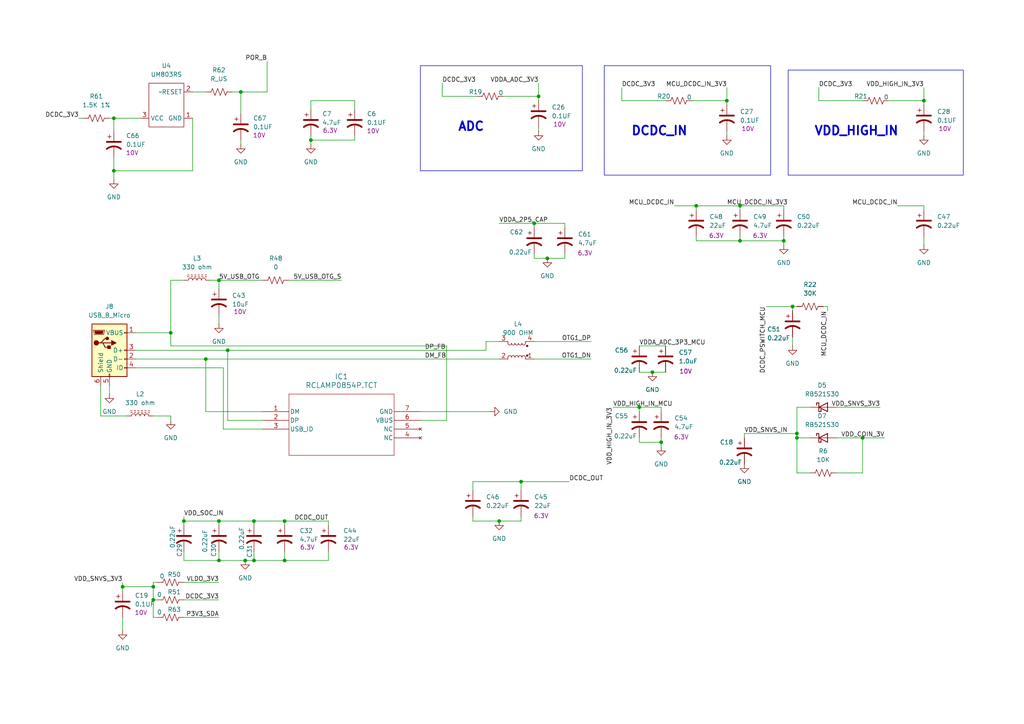
<source format=kicad_sch>
(kicad_sch (version 20231120) (generator "eeschema") (generator_version "8.0")
  (paper "A4")
  (lib_symbols
    (symbol "Connector:USB_B_Micro" (pin_names (offset 1.016))
      (property "Reference" "J" (at -5.08 11.43 0))
      (property "Value" "USB_B_Micro" (at -5.08 8.89 0))
      (symbol "USB_B_Micro_0_1"
        (rectangle (start -5.08 -7.62) (end 5.08 7.62) (stroke (width 0.254)) (fill (type background)))
        (circle (center -3.81 2.159) (radius 0.635) (stroke (width 0.254)) (fill (type outline)))
        (circle (center -0.635 3.429) (radius 0.381) (stroke (width 0.254)) (fill (type outline)))
        (rectangle (start -0.127 -7.62) (end 0.127 -6.858))
        (polyline (pts (xy -1.905 2.159) (xy 0.635 2.159)) (stroke (width 0.254)))
        (polyline (pts (xy -3.175 2.159) (xy -2.54 2.159) (xy -1.27 3.429) (xy -0.635 3.429)) (stroke (width 0.254)))
        (polyline (pts (xy -2.54 2.159) (xy -1.905 2.159) (xy -1.27 0.889) (xy 0 0.889)) (stroke (width 0.254)))
        (polyline (pts (xy 0.635 2.794) (xy 0.635 1.524) (xy 1.905 2.159) (xy 0.635 2.794)) (stroke (width 0.254)) (fill (type outline)))
        (polyline (pts (xy -4.318 5.588) (xy -1.778 5.588) (xy -2.032 4.826) (xy -4.064 4.826) (xy -4.318 5.588)) (fill (type outline)))
        (polyline (pts (xy -4.699 5.842) (xy -4.699 5.588) (xy -4.445 4.826) (xy -4.445 4.572) (xy -1.651 4.572) (xy -1.651 4.826) (xy -1.397 5.588) (xy -1.397 5.842) (xy -4.699 5.842)))
        (rectangle (start 0.254 1.27) (end -0.508 0.508) (stroke (width 0.254)) (fill (type outline)))
        (rectangle (start 5.08 -5.207) (end 4.318 -4.953))
        (rectangle (start 5.08 -2.667) (end 4.318 -2.413))
        (rectangle (start 5.08 -0.127) (end 4.318 0.127))
        (rectangle (start 5.08 4.953) (end 4.318 5.207))
      )
      (symbol "USB_B_Micro_1_1"
        (pin power_out line (at 7.62 5.08 180) (length 2.54) (name "VBUS") (number "1"))
        (pin bidirectional line (at 7.62 -2.54 180) (length 2.54) (name "D-") (number "2"))
        (pin bidirectional line (at 7.62 0 180) (length 2.54) (name "D+") (number "3"))
        (pin passive line (at 7.62 -5.08 180) (length 2.54) (name "ID") (number "4"))
        (pin power_out line (at 0 -10.16 90) (length 2.54) (name "GND") (number "5"))
        (pin passive line (at -2.54 -10.16 90) (length 2.54) (name "Shield") (number "6"))
      )
    )
    (symbol "Device:C_Polarized_US" (pin_numbers hide) (pin_names (offset 0.254) hide)
      (property "Reference" "C" (at 0.635 2.54 0))
      (property "Value" "C_Polarized_US" (at 0.635 -2.54 0))
      (symbol "C_Polarized_US_0_1"
        (polyline (pts (xy -2.032 0.762) (xy 2.032 0.762)) (stroke (width 0.508)))
        (polyline (pts (xy -1.778 2.286) (xy -0.762 2.286)))
        (polyline (pts (xy -1.27 1.778) (xy -1.27 2.794)))
        (arc (start 2.032 -1.27) (mid 0 -0.5572) (end -2.032 -1.27) (stroke (width 0.508)))
      )
      (symbol "C_Polarized_US_1_1"
        (pin passive line (at 0 3.81 270) (length 2.794) (name "~") (number "1"))
        (pin passive line (at 0 -3.81 90) (length 3.302) (name "~") (number "2"))
      )
    )
    (symbol "Device:D_Schottky" (pin_numbers hide) (pin_names (offset 1.016) hide)
      (property "Reference" "D" (at 0 2.54 0))
      (property "Value" "D_Schottky" (at 0 -2.54 0))
      (symbol "D_Schottky_0_1"
        (polyline (pts (xy 1.27 0) (xy -1.27 0)))
        (polyline (pts (xy 1.27 1.27) (xy 1.27 -1.27) (xy -1.27 0) (xy 1.27 1.27)) (stroke (width 0.254)))
        (polyline (pts (xy -1.905 0.635) (xy -1.905 1.27) (xy -1.27 1.27) (xy -1.27 -1.27) (xy -0.635 -1.27) (xy -0.635 -0.635)) (stroke (width 0.254)))
      )
      (symbol "D_Schottky_1_1"
        (pin passive line (at -3.81 0 0) (length 2.54) (name "K") (number "1"))
        (pin passive line (at 3.81 0 180) (length 2.54) (name "A") (number "2"))
      )
    )
    (symbol "Device:L_Coupled_1243" (pin_names (offset 0.254) hide)
      (property "Reference" "L" (at 0 4.445 0))
      (property "Value" "L_Coupled_1243" (at 0 -4.445 0))
      (symbol "L_Coupled_1243_0_1"
        (circle (center -3.048 -1.27) (radius 0.254) (fill (type outline)))
        (circle (center -3.048 1.524) (radius 0.254) (fill (type outline)))
        (arc (start -2.54 2.032) (mid -2.032 1.5262) (end -1.524 2.032))
        (arc (start -1.524 -2.032) (mid -2.032 -1.5262) (end -2.54 -2.032))
        (arc (start -1.524 2.032) (mid -1.016 1.5262) (end -0.508 2.032))
        (arc (start -0.508 -2.032) (mid -1.016 -1.5262) (end -1.524 -2.032))
        (arc (start -0.508 2.032) (mid 0 1.5262) (end 0.508 2.032))
        (polyline (pts (xy -2.54 -2.032) (xy -2.54 -2.54)))
        (polyline (pts (xy -2.54 2.032) (xy -2.54 2.54)))
        (polyline (pts (xy 2.54 -2.032) (xy 2.54 -2.54)))
        (polyline (pts (xy 2.54 2.54) (xy 2.54 2.032)))
        (arc (start 0.508 -2.032) (mid 0 -1.5262) (end -0.508 -2.032))
        (arc (start 0.508 2.032) (mid 1.016 1.5262) (end 1.524 2.032))
        (arc (start 1.524 -2.032) (mid 1.016 -1.5262) (end 0.508 -2.032))
        (arc (start 1.524 2.032) (mid 2.032 1.5262) (end 2.54 2.032))
        (arc (start 2.54 -2.032) (mid 2.032 -1.5262) (end 1.524 -2.032))
      )
      (symbol "L_Coupled_1243_1_1"
        (pin passive line (at -5.08 2.54 0) (length 2.54) (name "1") (number "1"))
        (pin passive line (at 5.08 2.54 180) (length 2.54) (name "2") (number "2"))
        (pin passive line (at 5.08 -2.54 180) (length 2.54) (name "3") (number "3"))
        (pin passive line (at -5.08 -2.54 0) (length 2.54) (name "4") (number "4"))
      )
    )
    (symbol "Device:L_Ferrite" (pin_numbers hide) (pin_names (offset 1.016) hide)
      (property "Reference" "L" (at -1.27 0 90))
      (property "Value" "L_Ferrite" (at 2.794 0 90))
      (symbol "L_Ferrite_0_1"
        (arc (start 0 -2.54) (mid 0.6323 -1.905) (end 0 -1.27))
        (arc (start 0 -1.27) (mid 0.6323 -0.635) (end 0 0))
        (polyline (pts (xy 1.016 -2.794) (xy 1.016 -2.286)))
        (polyline (pts (xy 1.016 -1.778) (xy 1.016 -1.27)))
        (polyline (pts (xy 1.016 -0.762) (xy 1.016 -0.254)))
        (polyline (pts (xy 1.016 0.254) (xy 1.016 0.762)))
        (polyline (pts (xy 1.016 1.27) (xy 1.016 1.778)))
        (polyline (pts (xy 1.016 2.286) (xy 1.016 2.794)))
        (polyline (pts (xy 1.524 -2.286) (xy 1.524 -2.794)))
        (polyline (pts (xy 1.524 -1.27) (xy 1.524 -1.778)))
        (polyline (pts (xy 1.524 -0.254) (xy 1.524 -0.762)))
        (polyline (pts (xy 1.524 0.762) (xy 1.524 0.254)))
        (polyline (pts (xy 1.524 1.778) (xy 1.524 1.27)))
        (polyline (pts (xy 1.524 2.794) (xy 1.524 2.286)))
        (arc (start 0 0) (mid 0.6323 0.635) (end 0 1.27))
        (arc (start 0 1.27) (mid 0.6323 1.905) (end 0 2.54))
      )
      (symbol "L_Ferrite_1_1"
        (pin passive line (at 0 3.81 270) (length 1.27) (name "1") (number "1"))
        (pin passive line (at 0 -3.81 90) (length 1.27) (name "2") (number "2"))
      )
    )
    (symbol "Device:R_US" (pin_numbers hide) (pin_names (offset 0))
      (property "Reference" "R" (at 2.54 0 90))
      (property "Value" "R_US" (at -2.54 0 90))
      (symbol "R_US_0_1"
        (polyline (pts (xy 0 -2.286) (xy 0 -2.54)))
        (polyline (pts (xy 0 2.286) (xy 0 2.54)))
        (polyline (pts (xy 0 -0.762) (xy 1.016 -1.143) (xy 0 -1.524) (xy -1.016 -1.905) (xy 0 -2.286)))
        (polyline (pts (xy 0 0.762) (xy 1.016 0.381) (xy 0 0) (xy -1.016 -0.381) (xy 0 -0.762)))
        (polyline (pts (xy 0 2.286) (xy 1.016 1.905) (xy 0 1.524) (xy -1.016 1.143) (xy 0 0.762)))
      )
      (symbol "R_US_1_1"
        (pin passive line (at 0 3.81 270) (length 1.27) (name "~") (number "1"))
        (pin passive line (at 0 -3.81 90) (length 1.27) (name "~") (number "2"))
      )
    )
    (symbol "power:GND" (power) (pin_numbers hide) (pin_names (offset 0) hide)
      (property "Value" "GND" (at 0 -3.81 0))
      (symbol "GND_0_1"
        (polyline (pts (xy 0 0) (xy 0 -1.27) (xy 1.27 -1.27) (xy 0 -2.54) (xy -1.27 -1.27) (xy 0 -1.27)))
      )
      (symbol "GND_1_1"
        (pin power_in line (at 0 0 270) (length 0) (name "~") (number "1"))
      )
    )
    (symbol "tvs:RCLAMP0854P.TCT" (pin_names (offset 0.254))
      (property "Reference" "IC" (at 22.86 10.16 0))
      (property "Value" "RCLAMP0854P.TCT" (at 22.86 7.62 0))
      (symbol "RCLAMP0854P.TCT_0_1"
        (polyline (pts (xy 7.62 -12.7) (xy 38.1 -12.7)) (stroke (width 0.127)))
        (polyline (pts (xy 7.62 5.08) (xy 7.62 -12.7)) (stroke (width 0.127)))
        (polyline (pts (xy 38.1 -12.7) (xy 38.1 5.08)) (stroke (width 0.127)))
        (polyline (pts (xy 38.1 5.08) (xy 7.62 5.08)) (stroke (width 0.127)))
        (pin unspecified line (at 0 0 0) (length 7.62) (name "DM") (number "1"))
        (pin unspecified line (at 0 -2.54 0) (length 7.62) (name "DP") (number "2"))
        (pin unspecified line (at 0 -5.08 0) (length 7.62) (name "USB_ID") (number "3"))
        (pin no_connect line (at 45.72 -7.62 180) (length 7.62) (name "NC") (number "4"))
        (pin no_connect line (at 45.72 -5.08 180) (length 7.62) (name "NC") (number "5"))
        (pin unspecified line (at 45.72 -2.54 180) (length 7.62) (name "VBUS") (number "6"))
        (pin power_out line (at 45.72 0 180) (length 7.62) (name "GND") (number "7"))
      )
    )
    (symbol "tvs:UM803RS"
      (property "Reference" "U" (at 0 1.016 0))
      (property "Value" "UM803RS" (at 0.254 -1.016 0))
      (symbol "UM803RS_0_1"
        (rectangle (start -5.08 6.35) (end 5.08 -6.35))
      )
      (symbol "UM803RS_1_1"
        (pin input line (at 7.62 -3.81 180) (length 2.54) (name "GND") (number "1"))
        (pin input line (at 7.62 3.81 180) (length 2.54) (name "~RESET") (number "2"))
        (pin input line (at -7.62 -3.81 0) (length 2.54) (name "VCC") (number "3"))
      )
    )
  )
  (junction (at 156.21 27.94))
  (junction (at 59.69 104.14))
  (junction (at 214.63 59.69))
  (junction (at 69.85 26.67))
  (junction (at 151.13 139.7))
  (junction (at 63.5 162.56))
  (junction (at 250.19 127))
  (junction (at 185.42 118.11))
  (junction (at 229.87 88.9))
  (junction (at 267.97 29.21))
  (junction (at 71.12 162.56))
  (junction (at 44.45 170.18))
  (junction (at 201.93 59.69))
  (junction (at 231.14 127))
  (junction (at 66.04 101.6))
  (junction (at 33.02 34.29))
  (junction (at 35.56 170.18))
  (junction (at 144.78 151.13))
  (junction (at 44.45 173.99))
  (junction (at 82.55 162.56))
  (junction (at 231.14 125.73))
  (junction (at 73.66 151.13))
  (junction (at 73.66 162.56))
  (junction (at 227.33 69.85))
  (junction (at 191.77 128.27))
  (junction (at 82.55 151.13))
  (junction (at 33.02 49.53))
  (junction (at 158.75 74.93))
  (junction (at 63.5 81.28))
  (junction (at 210.82 29.21))
  (junction (at 53.34 151.13))
  (junction (at 63.5 151.13))
  (junction (at 49.53 96.52))
  (junction (at 90.17 40.64))
  (junction (at 154.94 64.77))
  (junction (at 214.63 69.85))
  (junction (at 189.23 107.95))
  (wire (pts (xy 242.57 118.11) (xy 255.27 118.11)))
  (wire (pts (xy 231.14 137.16) (xy 234.95 137.16)))
  (wire (pts (xy 231.14 127) (xy 231.14 137.16)))
  (wire (pts (xy 49.53 100.33) (xy 49.53 96.52)))
  (wire (pts (xy 151.13 151.13) (xy 151.13 149.86)))
  (wire (pts (xy 59.69 104.14) (xy 144.78 104.14)))
  (wire (pts (xy 154.94 74.93) (xy 154.94 73.66)))
  (wire (pts (xy 49.53 96.52) (xy 49.53 81.28)))
  (wire (pts (xy 90.17 40.64) (xy 102.87 40.64)))
  (wire (pts (xy 82.55 152.4) (xy 82.55 151.13)))
  (wire (pts (xy 44.45 173.99) (xy 45.72 173.99)))
  (wire (pts (xy 185.42 118.11) (xy 191.77 118.11)))
  (wire (pts (xy 144.78 151.13) (xy 151.13 151.13)))
  (wire (pts (xy 237.49 25.4) (xy 237.49 29.21)))
  (wire (pts (xy 156.21 27.94) (xy 146.05 27.94)))
  (wire (pts (xy 83.82 81.28) (xy 99.06 81.28)))
  (wire (pts (xy 177.8 118.11) (xy 185.42 118.11)))
  (wire (pts (xy 90.17 39.37) (xy 90.17 40.64)))
  (wire (pts (xy 73.66 151.13) (xy 73.66 152.4)))
  (wire (pts (xy 151.13 139.7) (xy 165.1 139.7)))
  (wire (pts (xy 189.23 107.95) (xy 193.04 107.95)))
  (wire (pts (xy 156.21 27.94) (xy 156.21 29.21)))
  (wire (pts (xy 229.87 90.17) (xy 229.87 88.9)))
  (wire (pts (xy 129.54 121.92) (xy 129.54 100.33)))
  (wire (pts (xy 210.82 25.4) (xy 210.82 29.21)))
  (wire (pts (xy 95.25 160.02) (xy 95.25 162.56)))
  (wire (pts (xy 163.83 74.93) (xy 163.83 73.66)))
  (wire (pts (xy 237.49 29.21) (xy 250.19 29.21)))
  (wire (pts (xy 53.34 149.86) (xy 53.34 151.13)))
  (wire (pts (xy 128.27 27.94) (xy 138.43 27.94)))
  (wire (pts (xy 53.34 173.99) (xy 63.5 173.99)))
  (wire (pts (xy 49.53 81.28) (xy 53.34 81.28)))
  (wire (pts (xy 214.63 69.85) (xy 227.33 69.85)))
  (wire (pts (xy 191.77 128.27) (xy 191.77 129.54)))
  (wire (pts (xy 33.02 34.29) (xy 33.02 38.1)))
  (wire (pts (xy 222.25 88.9) (xy 229.87 88.9)))
  (wire (pts (xy 35.56 179.07) (xy 35.56 182.88)))
  (wire (pts (xy 35.56 170.18) (xy 44.45 170.18)))
  (wire (pts (xy 156.21 36.83) (xy 156.21 38.1)))
  (wire (pts (xy 53.34 162.56) (xy 63.5 162.56)))
  (wire (pts (xy 63.5 160.02) (xy 63.5 162.56)))
  (wire (pts (xy 53.34 160.02) (xy 53.34 162.56)))
  (wire (pts (xy 44.45 170.18) (xy 44.45 173.99)))
  (wire (pts (xy 185.42 127) (xy 185.42 128.27)))
  (wire (pts (xy 260.35 59.69) (xy 267.97 59.69)))
  (wire (pts (xy 45.72 179.07) (xy 44.45 179.07)))
  (wire (pts (xy 231.14 118.11) (xy 231.14 125.73)))
  (wire (pts (xy 49.53 120.65) (xy 49.53 121.92)))
  (wire (pts (xy 195.58 59.69) (xy 201.93 59.69)))
  (wire (pts (xy 250.19 127) (xy 256.54 127)))
  (wire (pts (xy 90.17 40.64) (xy 90.17 41.91)))
  (wire (pts (xy 227.33 69.85) (xy 227.33 68.58)))
  (wire (pts (xy 242.57 127) (xy 250.19 127)))
  (wire (pts (xy 63.5 81.28) (xy 63.5 83.82)))
  (wire (pts (xy 33.02 49.53) (xy 33.02 52.07)))
  (wire (pts (xy 267.97 38.1) (xy 267.97 39.37)))
  (wire (pts (xy 53.34 179.07) (xy 63.5 179.07)))
  (wire (pts (xy 137.16 151.13) (xy 144.78 151.13)))
  (wire (pts (xy 185.42 100.33) (xy 193.04 100.33)))
  (wire (pts (xy 231.14 127) (xy 234.95 127)))
  (wire (pts (xy 39.37 101.6) (xy 66.04 101.6)))
  (wire (pts (xy 137.16 139.7) (xy 151.13 139.7)))
  (wire (pts (xy 140.97 99.06) (xy 144.78 99.06)))
  (wire (pts (xy 128.27 24.13) (xy 128.27 27.94)))
  (wire (pts (xy 31.75 34.29) (xy 33.02 34.29)))
  (wire (pts (xy 154.94 66.04) (xy 154.94 64.77)))
  (wire (pts (xy 215.9 125.73) (xy 231.14 125.73)))
  (wire (pts (xy 82.55 160.02) (xy 82.55 162.56)))
  (wire (pts (xy 31.75 111.76) (xy 31.75 114.3)))
  (wire (pts (xy 66.04 101.6) (xy 140.97 101.6)))
  (wire (pts (xy 158.75 74.93) (xy 163.83 74.93)))
  (wire (pts (xy 214.63 68.58) (xy 214.63 69.85)))
  (wire (pts (xy 44.45 168.91) (xy 45.72 168.91)))
  (wire (pts (xy 71.12 162.56) (xy 73.66 162.56)))
  (wire (pts (xy 53.34 151.13) (xy 53.34 152.4)))
  (wire (pts (xy 185.42 119.38) (xy 185.42 118.11)))
  (wire (pts (xy 210.82 29.21) (xy 200.66 29.21)))
  (wire (pts (xy 121.92 119.38) (xy 142.24 119.38)))
  (wire (pts (xy 180.34 25.4) (xy 180.34 29.21)))
  (wire (pts (xy 227.33 69.85) (xy 227.33 71.12)))
  (wire (pts (xy 69.85 26.67) (xy 69.85 33.02)))
  (wire (pts (xy 59.69 119.38) (xy 76.2 119.38)))
  (wire (pts (xy 63.5 91.44) (xy 63.5 93.98)))
  (wire (pts (xy 163.83 64.77) (xy 163.83 66.04)))
  (wire (pts (xy 214.63 59.69) (xy 227.33 59.69)))
  (wire (pts (xy 39.37 106.68) (xy 64.77 106.68)))
  (wire (pts (xy 44.45 120.65) (xy 49.53 120.65)))
  (wire (pts (xy 267.97 25.4) (xy 267.97 29.21)))
  (wire (pts (xy 214.63 59.69) (xy 214.63 60.96)))
  (wire (pts (xy 215.9 127) (xy 215.9 125.73)))
  (wire (pts (xy 59.69 104.14) (xy 59.69 119.38)))
  (wire (pts (xy 33.02 49.53) (xy 55.88 49.53)))
  (wire (pts (xy 267.97 29.21) (xy 257.81 29.21)))
  (wire (pts (xy 66.04 121.92) (xy 76.2 121.92)))
  (wire (pts (xy 201.93 68.58) (xy 201.93 69.85)))
  (wire (pts (xy 39.37 96.52) (xy 49.53 96.52)))
  (wire (pts (xy 35.56 168.91) (xy 35.56 170.18)))
  (wire (pts (xy 102.87 40.64) (xy 102.87 39.37)))
  (wire (pts (xy 44.45 168.91) (xy 44.45 170.18)))
  (wire (pts (xy 185.42 128.27) (xy 191.77 128.27)))
  (wire (pts (xy 63.5 151.13) (xy 53.34 151.13)))
  (wire (pts (xy 231.14 125.73) (xy 231.14 127)))
  (wire (pts (xy 63.5 152.4) (xy 63.5 151.13)))
  (wire (pts (xy 66.04 101.6) (xy 66.04 121.92)))
  (wire (pts (xy 267.97 59.69) (xy 267.97 60.96)))
  (wire (pts (xy 64.77 106.68) (xy 64.77 124.46)))
  (wire (pts (xy 229.87 88.9) (xy 231.14 88.9)))
  (wire (pts (xy 102.87 29.21) (xy 102.87 31.75)))
  (wire (pts (xy 29.21 111.76) (xy 29.21 120.65)))
  (wire (pts (xy 250.19 137.16) (xy 250.19 127)))
  (wire (pts (xy 137.16 142.24) (xy 137.16 139.7)))
  (wire (pts (xy 44.45 179.07) (xy 44.45 173.99)))
  (wire (pts (xy 67.31 26.67) (xy 69.85 26.67)))
  (wire (pts (xy 90.17 29.21) (xy 102.87 29.21)))
  (wire (pts (xy 201.93 59.69) (xy 214.63 59.69)))
  (wire (pts (xy 154.94 64.77) (xy 163.83 64.77)))
  (wire (pts (xy 53.34 168.91) (xy 63.5 168.91)))
  (wire (pts (xy 140.97 101.6) (xy 140.97 99.06)))
  (wire (pts (xy 154.94 74.93) (xy 158.75 74.93)))
  (wire (pts (xy 201.93 59.69) (xy 201.93 60.96)))
  (wire (pts (xy 90.17 31.75) (xy 90.17 29.21)))
  (wire (pts (xy 33.02 45.72) (xy 33.02 49.53)))
  (wire (pts (xy 55.88 34.29) (xy 55.88 49.53)))
  (wire (pts (xy 29.21 120.65) (xy 36.83 120.65)))
  (wire (pts (xy 229.87 97.79) (xy 229.87 100.33)))
  (wire (pts (xy 60.96 81.28) (xy 63.5 81.28)))
  (wire (pts (xy 154.94 104.14) (xy 171.45 104.14)))
  (wire (pts (xy 121.92 121.92) (xy 129.54 121.92)))
  (wire (pts (xy 39.37 104.14) (xy 59.69 104.14)))
  (wire (pts (xy 267.97 68.58) (xy 267.97 71.12)))
  (wire (pts (xy 185.42 107.95) (xy 189.23 107.95)))
  (wire (pts (xy 151.13 139.7) (xy 151.13 142.24)))
  (wire (pts (xy 156.21 24.13) (xy 156.21 27.94)))
  (wire (pts (xy 234.95 118.11) (xy 231.14 118.11)))
  (wire (pts (xy 144.78 64.77) (xy 154.94 64.77)))
  (wire (pts (xy 77.47 17.78) (xy 77.47 26.67)))
  (wire (pts (xy 69.85 40.64) (xy 69.85 41.91)))
  (wire (pts (xy 154.94 99.06) (xy 171.45 99.06)))
  (wire (pts (xy 95.25 152.4) (xy 95.25 151.13)))
  (wire (pts (xy 22.86 34.29) (xy 24.13 34.29)))
  (wire (pts (xy 129.54 100.33) (xy 49.53 100.33)))
  (wire (pts (xy 191.77 127) (xy 191.77 128.27)))
  (wire (pts (xy 240.03 90.17) (xy 240.03 88.9)))
  (wire (pts (xy 95.25 151.13) (xy 82.55 151.13)))
  (wire (pts (xy 95.25 162.56) (xy 82.55 162.56)))
  (wire (pts (xy 77.47 26.67) (xy 69.85 26.67)))
  (wire (pts (xy 210.82 29.21) (xy 210.82 30.48)))
  (wire (pts (xy 180.34 29.21) (xy 193.04 29.21)))
  (wire (pts (xy 82.55 151.13) (xy 73.66 151.13)))
  (wire (pts (xy 73.66 162.56) (xy 73.66 160.02)))
  (wire (pts (xy 210.82 38.1) (xy 210.82 39.37)))
  (wire (pts (xy 137.16 151.13) (xy 137.16 149.86)))
  (wire (pts (xy 242.57 137.16) (xy 250.19 137.16)))
  (wire (pts (xy 73.66 151.13) (xy 63.5 151.13)))
  (wire (pts (xy 55.88 26.67) (xy 59.69 26.67)))
  (wire (pts (xy 191.77 118.11) (xy 191.77 119.38)))
  (wire (pts (xy 64.77 124.46) (xy 76.2 124.46)))
  (wire (pts (xy 267.97 29.21) (xy 267.97 30.48)))
  (wire (pts (xy 63.5 81.28) (xy 76.2 81.28)))
  (wire (pts (xy 63.5 162.56) (xy 71.12 162.56)))
  (wire (pts (xy 201.93 69.85) (xy 214.63 69.85)))
  (wire (pts (xy 35.56 170.18) (xy 35.56 171.45)))
  (wire (pts (xy 227.33 59.69) (xy 227.33 60.96)))
  (wire (pts (xy 82.55 162.56) (xy 73.66 162.56)))
  (wire (pts (xy 33.02 34.29) (xy 40.64 34.29)))
  (wire (pts (xy 240.03 88.9) (xy 238.76 88.9)))
  (rectangle (start 121.92 19.05) (end 168.91 49.53))
  (rectangle (start 228.6 20.32) (end 279.4 50.8))
  (rectangle (start 175.26 19.05) (end 223.52 50.8))
  (text "VDD_HIGH_IN" (at 248.412 38.1 0) (effects (font (size 2.54 2.54) (thickness 0.508) (bold yes))))
  (text "ADC" (at 136.652 36.83 0) (effects (font (size 2.54 2.54) (thickness 0.508) (bold yes))))
  (text "DCDC_IN\n" (at 191.262 38.1 0) (effects (font (size 2.54 2.54) (thickness 0.508) (bold yes))))
  (label "MCU_DCDC_IN_3V3" (at 210.82 59.69 0))
  (label "DCDC_3V3" (at 63.5 173.99 180))
  (label "5V_USB_OTG" (at 63.5 81.28 0))
  (label "OTG1_DP" (at 171.45 99.06 180))
  (label "DCDC_3V3" (at 180.34 25.4 0))
  (label "VDD_SNVS_3V3" (at 35.56 168.91 180))
  (label "DCDC_OUT" (at 165.1 139.7 0))
  (label "MCU_DCDC_IN" (at 195.58 59.69 180))
  (label "DCDC_3V3" (at 22.86 34.29 180))
  (label "VDD_HIGH_IN_3V3" (at 267.97 25.4 180))
  (label "MCU_DCDC_IN" (at 240.03 90.17 270))
  (label "P3V3_SDA" (at 63.5 179.07 180))
  (label "MCU_DCDC_IN" (at 260.35 59.69 180))
  (label "MCU_DCDC_IN_3V3" (at 210.82 25.4 180))
  (label "DCDC_OUT" (at 95.25 151.13 180))
  (label "VDDA_ADC_3P3_MCU" (at 185.42 100.33 0))
  (label "VDD_SNVS_IN" (at 215.9 125.73 0))
  (label "VDD_HIGH_IN_MCU" (at 177.8 118.11 0))
  (label "POR_B" (at 77.47 17.78 180))
  (label "DCDC_3V3" (at 128.27 24.13 0))
  (label "OTG1_DN" (at 171.45 104.14 180))
  (label "DCDC_PSWITCH_MCU" (at 222.25 88.9 270))
  (label "VDD_SOC_IN" (at 53.34 149.86 0))
  (label "VDDA_ADC_3V3" (at 156.21 24.13 180))
  (label "VDD_COIN_3V" (at 256.54 127 180))
  (label "5V_USB_OTG_S" (at 99.06 81.28 180))
  (label "VDDA_2P5_CAP" (at 144.78 64.77 0))
  (label "VLDO_3V3" (at 63.5 168.91 180))
  (label "VDD_HIGH_IN_3V3" (at 177.8 118.11 270))
  (label "DP_FB" (at 123.19 101.6 0))
  (label "DCDC_3V3" (at 237.49 25.4 0))
  (label "DM_FB" (at 123.19 104.14 0))
  (label "VDD_SNVS_3V3" (at 255.27 118.11 180))
  (symbol (lib_id "Device:C_Polarized_US") (at 102.87 35.56 0) (unit 1)
    (property "Reference" "C6" (at 106.426 33.02 0) (effects (justify left)))
    (property "Value" "0.1UF" (at 106.426 35.56 0) (effects (justify left)))
    (property "Description" "Polarized capacitor, US symbol" (effects (hide yes)))
    (property "Value2" "10V" (at 108.204 37.9731 0))
  )
  (symbol (lib_id "Device:C_Polarized_US") (at 137.16 146.05 0) (unit 1)
    (property "Reference" "C46" (at 140.97 144.1449 0) (effects (justify left)))
    (property "Value" "0.22uF" (at 140.97 146.6849 0) (effects (justify left)))
    (property "Description" "Polarized capacitor, US symbol" (effects (hide yes)))
  )
  (symbol (lib_id "Device:D_Schottky") (at 238.76 127 0) (unit 1)
    (property "Reference" "D7" (at 238.4425 120.65 0))
    (property "Value" "RB521S30" (at 238.4425 123.19 0))
    (property "Description" "Schottky diode" (effects (hide yes)))
  )
  (symbol (lib_id "Device:C_Polarized_US") (at 185.42 123.19 0) (unit 1)
    (property "Reference" "C55" (at 178.308 120.65 0) (effects (justify left)))
    (property "Value" "0.22uF" (at 178.054 126.492 0) (effects (justify left)))
    (property "Description" "Polarized capacitor, US symbol" (effects (hide yes)))
  )
  (symbol (lib_id "Device:C_Polarized_US") (at 185.42 104.14 0) (unit 1)
    (property "Reference" "C56" (at 178.308 101.6 0) (effects (justify left)))
    (property "Value" "0.22uF" (at 178.054 107.442 0) (effects (justify left)))
    (property "Description" "Polarized capacitor, US symbol" (effects (hide yes)))
  )
  (symbol (lib_id "power:GND") (at 31.75 114.3 0) (unit 1)
    (property "Reference" "#PWR058" (effects (hide yes)))
    (property "Value" "GND" (at 31.75 119.38 0))
    (property "Description" "Power symbol creates a global label with name \"GND\" , ground" (effects (hide yes)))
  )
  (symbol (lib_id "power:GND") (at 189.23 107.95 0) (unit 1)
    (property "Reference" "#PWR067" (effects (hide yes)))
    (property "Value" "GND" (at 189.23 113.03 0))
    (property "Description" "Power symbol creates a global label with name \"GND\" , ground" (effects (hide yes)))
  )
  (symbol (lib_id "Device:C_Polarized_US") (at 229.87 93.98 0) (unit 1)
    (property "Reference" "C51" (at 222.504 95.504 0) (effects (justify left)))
    (property "Value" "0.22uF" (at 222.504 98.044 0) (effects (justify left)))
    (property "Description" "Polarized capacitor, US symbol" (effects (hide yes)))
  )
  (symbol (lib_id "Device:C_Polarized_US") (at 82.55 156.21 0) (unit 1)
    (property "Reference" "C32" (at 86.868 153.924 0) (effects (justify left)))
    (property "Value" "4.7uF" (at 86.868 156.464 0) (effects (justify left)))
    (property "Description" "Polarized capacitor, US symbol" (effects (hide yes)))
    (property "Value2" "6.3V" (at 89.154 158.75 0))
  )
  (symbol (lib_id "Device:L_Ferrite") (at 40.64 120.65 90) (unit 1)
    (property "Reference" "L2" (at 40.64 114.3 90))
    (property "Value" "330 ohm" (at 40.64 116.84 90))
    (property "Description" "Inductor with ferrite core" (effects (hide yes)))
  )
  (symbol (lib_id "Device:R_US") (at 49.53 173.99 90) (unit 1)
    (property "Reference" "R51" (at 50.546 171.704 90))
    (property "Value" "0" (at 46.228 172.466 90))
    (property "Description" "Resistor, US symbol" (effects (hide yes)))
  )
  (symbol (lib_id "power:GND") (at 210.82 39.37 0) (unit 1)
    (property "Reference" "#PWR024" (effects (hide yes)))
    (property "Value" "GND" (at 210.82 44.45 0))
    (property "Description" "Power symbol creates a global label with name \"GND\" , ground" (effects (hide yes)))
  )
  (symbol (lib_id "Device:R_US") (at 142.24 27.94 90) (unit 1)
    (property "Reference" "R19" (at 137.922 26.67 90))
    (property "Value" "0" (at 145.288 26.924 90))
    (property "Description" "Resistor, US symbol" (effects (hide yes)))
  )
  (symbol (lib_id "power:GND") (at 267.97 71.12 0) (unit 1)
    (property "Reference" "#PWR029" (effects (hide yes)))
    (property "Value" "GND" (at 267.97 76.2 0))
    (property "Description" "Power symbol creates a global label with name \"GND\" , ground" (effects (hide yes)))
  )
  (symbol (lib_id "Device:C_Polarized_US") (at 63.5 156.21 0) (unit 1)
    (property "Reference" "C30" (at 61.976 161.544 90) (effects (justify left)))
    (property "Value" "0.22uF" (at 59.436 160.274 90) (effects (justify left)))
    (property "Description" "Polarized capacitor, US symbol" (effects (hide yes)))
  )
  (symbol (lib_id "Device:C_Polarized_US") (at 193.04 104.14 0) (unit 1)
    (property "Reference" "C57" (at 196.85 102.2349 0) (effects (justify left)))
    (property "Value" "1.0uF" (at 196.85 104.7749 0) (effects (justify left)))
    (property "Description" "Polarized capacitor, US symbol" (effects (hide yes)))
    (property "Value2" "10V" (at 198.882 107.696 0))
  )
  (symbol (lib_id "Device:C_Polarized_US") (at 95.25 156.21 0) (unit 1)
    (property "Reference" "C44" (at 99.568 153.924 0) (effects (justify left)))
    (property "Value" "22uF" (at 99.568 156.464 0) (effects (justify left)))
    (property "Description" "Polarized capacitor, US symbol" (effects (hide yes)))
    (property "Value2" "6.3V" (at 101.854 158.75 0))
  )
  (symbol (lib_id "power:GND") (at 227.33 71.12 0) (unit 1)
    (property "Reference" "#PWR062" (effects (hide yes)))
    (property "Value" "GND" (at 227.33 76.2 0))
    (property "Description" "Power symbol creates a global label with name \"GND\" , ground" (effects (hide yes)))
  )
  (symbol (lib_id "power:GND") (at 229.87 100.33 0) (unit 1)
    (property "Reference" "#PWR063" (effects (hide yes)))
    (property "Value" "GND" (at 229.87 105.41 0))
    (property "Description" "Power symbol creates a global label with name \"GND\" , ground" (effects (hide yes)))
  )
  (symbol (lib_id "Device:R_US") (at 80.01 81.28 90) (unit 1)
    (property "Reference" "R48" (at 80.01 74.93 90))
    (property "Value" "0" (at 80.01 77.47 90))
    (property "Description" "Resistor, US symbol" (effects (hide yes)))
  )
  (symbol (lib_id "Device:C_Polarized_US") (at 90.17 35.56 0) (unit 1)
    (property "Reference" "C7" (at 93.472 33.02 0) (effects (justify left)))
    (property "Value" "4.7uF" (at 93.472 35.56 0) (effects (justify left)))
    (property "Description" "Polarized capacitor, US symbol" (effects (hide yes)))
    (property "Value2" "6.3V" (at 95.758 37.846 0))
  )
  (symbol (lib_id "power:GND") (at 69.85 41.91 0) (unit 1)
    (property "Reference" "#PWR079" (effects (hide yes)))
    (property "Value" "GND" (at 69.85 46.99 0))
    (property "Description" "Power symbol creates a global label with name \"GND\" , ground" (effects (hide yes)))
  )
  (symbol (lib_id "power:GND") (at 191.77 129.54 0) (unit 1)
    (property "Reference" "#PWR066" (effects (hide yes)))
    (property "Value" "GND" (at 191.77 134.62 0))
    (property "Description" "Power symbol creates a global label with name \"GND\" , ground" (effects (hide yes)))
  )
  (symbol (lib_id "Device:C_Polarized_US") (at 63.5 87.63 0) (unit 1)
    (property "Reference" "C43" (at 67.31 85.7249 0) (effects (justify left)))
    (property "Value" "10uF" (at 67.31 88.2649 0) (effects (justify left)))
    (property "Description" "Polarized capacitor, US symbol" (effects (hide yes)))
    (property "Value2" "10V" (at 69.596 90.424 0))
  )
  (symbol (lib_id "Device:C_Polarized_US") (at 156.21 33.02 0) (unit 1)
    (property "Reference" "C26" (at 160.02 31.1149 0) (effects (justify left)))
    (property "Value" "0.1UF" (at 160.02 33.6549 0) (effects (justify left)))
    (property "Description" "Polarized capacitor, US symbol" (effects (hide yes)))
    (property "Value2" "10V" (at 162.306 36.068 0))
  )
  (symbol (lib_id "power:GND") (at 158.75 74.93 0) (unit 1)
    (property "Reference" "#PWR072" (effects (hide yes)))
    (property "Value" "GND" (at 158.75 80.01 0))
    (property "Description" "Power symbol creates a global label with name \"GND\" , ground" (effects (hide yes)))
  )
  (symbol (lib_id "power:GND") (at 35.56 182.88 0) (unit 1)
    (property "Reference" "#PWR068" (effects (hide yes)))
    (property "Value" "GND" (at 35.56 187.96 0))
    (property "Description" "Power symbol creates a global label with name \"GND\" , ground" (effects (hide yes)))
  )
  (symbol (lib_id "power:GND") (at 267.97 39.37 0) (unit 1)
    (property "Reference" "#PWR025" (effects (hide yes)))
    (property "Value" "GND" (at 267.97 44.45 0))
    (property "Description" "Power symbol creates a global label with name \"GND\" , ground" (effects (hide yes)))
  )
  (symbol (lib_id "Device:C_Polarized_US") (at 154.94 69.85 0) (unit 1)
    (property "Reference" "C62" (at 147.828 67.31 0) (effects (justify left)))
    (property "Value" "0.22uF" (at 147.574 73.152 0) (effects (justify left)))
    (property "Description" "Polarized capacitor, US symbol" (effects (hide yes)))
  )
  (symbol (lib_id "power:GND") (at 144.78 151.13 0) (unit 1)
    (property "Reference" "#PWR028" (effects (hide yes)))
    (property "Value" "GND" (at 144.78 156.21 0))
    (property "Description" "Power symbol creates a global label with name \"GND\" , ground" (effects (hide yes)))
  )
  (symbol (lib_id "power:GND") (at 63.5 93.98 0) (unit 1)
    (property "Reference" "#PWR061" (effects (hide yes)))
    (property "Value" "GND" (at 63.5 99.06 0))
    (property "Description" "Power symbol creates a global label with name \"GND\" , ground" (effects (hide yes)))
  )
  (symbol (lib_id "tvs:RCLAMP0854P.TCT") (at 76.2 119.38 0) (unit 1)
    (property "Reference" "IC1" (at 99.06 109.22 0) (effects (font (size 1.524 1.524))))
    (property "Value" "RCLAMP0854P.TCT" (at 99.06 111.76 0) (effects (font (size 1.524 1.524))))
    (property "Footprint" "UFDFN06_1P6X1P6_SEM" (effects (hide yes)))
    (property "Datasheet" "RCLAMP0854P.TCT" (effects (hide yes)))
  )
  (symbol (lib_id "Device:L_Coupled_1243") (at 149.86 101.6 180) (unit 1)
    (property "Reference" "L4" (at 150.241 93.98 0))
    (property "Value" "900 OHM" (at 150.241 96.52 0))
    (property "Description" "Coupled inductor" (effects (hide yes)))
  )
  (symbol (lib_id "tvs:UM803RS") (at 48.26 30.48 0) (unit 1)
    (property "Reference" "U4" (at 48.26 19.05 0))
    (property "Value" "UM803RS" (at 48.26 21.59 0))
  )
  (symbol (lib_id "Device:C_Polarized_US") (at 33.02 41.91 0) (unit 1)
    (property "Reference" "C66" (at 36.576 39.37 0) (effects (justify left)))
    (property "Value" "0.1UF" (at 36.576 41.91 0) (effects (justify left)))
    (property "Description" "Polarized capacitor, US symbol" (effects (hide yes)))
    (property "Value2" "10V" (at 38.354 44.3231 0))
  )
  (symbol (lib_id "Device:C_Polarized_US") (at 210.82 34.29 0) (unit 1)
    (property "Reference" "C27" (at 214.63 32.3849 0) (effects (justify left)))
    (property "Value" "0.1UF" (at 214.63 34.9249 0) (effects (justify left)))
    (property "Description" "Polarized capacitor, US symbol" (effects (hide yes)))
    (property "Value2" "10V" (at 216.916 37.338 0))
  )
  (symbol (lib_id "power:GND") (at 49.53 121.92 0) (unit 1)
    (property "Reference" "#PWR059" (effects (hide yes)))
    (property "Value" "GND" (at 49.53 127 0))
    (property "Description" "Power symbol creates a global label with name \"GND\" , ground" (effects (hide yes)))
  )
  (symbol (lib_id "Device:C_Polarized_US") (at 163.83 69.85 0) (unit 1)
    (property "Reference" "C61" (at 167.64 67.9449 0) (effects (justify left)))
    (property "Value" "4.7uF" (at 167.64 70.4849 0) (effects (justify left)))
    (property "Description" "Polarized capacitor, US symbol" (effects (hide yes)))
    (property "Value2" "6.3V" (at 169.672 73.406 0))
  )
  (symbol (lib_id "Device:C_Polarized_US") (at 35.56 175.26 0) (unit 1)
    (property "Reference" "C19" (at 39.116 172.72 0) (effects (justify left)))
    (property "Value" "0.1UF" (at 39.116 175.26 0) (effects (justify left)))
    (property "Description" "Polarized capacitor, US symbol" (effects (hide yes)))
    (property "Value2" "10V" (at 40.894 177.6731 0))
  )
  (symbol (lib_id "Device:R_US") (at 238.76 137.16 90) (unit 1)
    (property "Reference" "R6" (at 238.76 130.81 90))
    (property "Value" "10K" (at 238.76 133.35 90))
    (property "Description" "Resistor, US symbol" (effects (hide yes)))
  )
  (symbol (lib_id "Device:C_Polarized_US") (at 215.9 130.81 0) (unit 1)
    (property "Reference" "C18" (at 208.788 128.27 0) (effects (justify left)))
    (property "Value" "0.22uF" (at 208.534 134.112 0) (effects (justify left)))
    (property "Description" "Polarized capacitor, US symbol" (effects (hide yes)))
  )
  (symbol (lib_id "power:GND") (at 90.17 41.91 0) (unit 1)
    (property "Reference" "#PWR011" (effects (hide yes)))
    (property "Value" "GND" (at 90.17 46.99 0))
    (property "Description" "Power symbol creates a global label with name \"GND\" , ground" (effects (hide yes)))
  )
  (symbol (lib_id "Device:R_US") (at 27.94 34.29 90) (unit 1)
    (property "Reference" "R61" (at 27.94 27.94 90))
    (property "Value" "1.5K 1%" (at 27.94 30.48 90))
    (property "Description" "Resistor, US symbol" (effects (hide yes)))
  )
  (symbol (lib_id "power:GND") (at 215.9 134.62 0) (unit 1)
    (property "Reference" "#PWR017" (effects (hide yes)))
    (property "Value" "GND" (at 215.9 139.7 0))
    (property "Description" "Power symbol creates a global label with name \"GND\" , ground" (effects (hide yes)))
  )
  (symbol (lib_id "Device:C_Polarized_US") (at 267.97 64.77 0) (unit 1)
    (property "Reference" "C47" (at 271.78 62.8649 0) (effects (justify left)))
    (property "Value" "0.22uF" (at 271.78 65.4049 0) (effects (justify left)))
    (property "Description" "Polarized capacitor, US symbol" (effects (hide yes)))
  )
  (symbol (lib_id "power:GND") (at 33.02 52.07 0) (unit 1)
    (property "Reference" "#PWR078" (effects (hide yes)))
    (property "Value" "GND" (at 33.02 57.15 0))
    (property "Description" "Power symbol creates a global label with name \"GND\" , ground" (effects (hide yes)))
  )
  (symbol (lib_id "Device:R_US") (at 49.53 168.91 90) (unit 1)
    (property "Reference" "R50" (at 50.546 166.624 90))
    (property "Value" "0" (at 46.99 167.132 90))
    (property "Description" "Resistor, US symbol" (effects (hide yes)))
  )
  (symbol (lib_id "Device:R_US") (at 234.95 88.9 90) (unit 1)
    (property "Reference" "R22" (at 234.95 82.55 90))
    (property "Value" "30K" (at 234.95 85.09 90))
    (property "Description" "Resistor, US symbol" (effects (hide yes)))
  )
  (symbol (lib_id "power:GND") (at 142.24 119.38 90) (unit 1)
    (property "Reference" "#PWR060" (effects (hide yes)))
    (property "Value" "GND" (at 146.05 119.3799 90) (effects (justify right)))
    (property "Description" "Power symbol creates a global label with name \"GND\" , ground" (effects (hide yes)))
  )
  (symbol (lib_id "Device:R_US") (at 196.85 29.21 90) (unit 1)
    (property "Reference" "R20" (at 192.532 27.94 90))
    (property "Value" "0" (at 199.898 28.194 90))
    (property "Description" "Resistor, US symbol" (effects (hide yes)))
  )
  (symbol (lib_id "Device:L_Ferrite") (at 57.15 81.28 90) (unit 1)
    (property "Reference" "L3" (at 57.15 74.93 90))
    (property "Value" "330 ohm" (at 57.15 77.47 90))
    (property "Description" "Inductor with ferrite core" (effects (hide yes)))
  )
  (symbol (lib_id "Device:C_Polarized_US") (at 191.77 123.19 0) (unit 1)
    (property "Reference" "C54" (at 195.58 121.2849 0) (effects (justify left)))
    (property "Value" "4.7uF" (at 195.58 123.8249 0) (effects (justify left)))
    (property "Description" "Polarized capacitor, US symbol" (effects (hide yes)))
    (property "Value2" "6.3V" (at 197.612 126.746 0))
  )
  (symbol (lib_id "Device:C_Polarized_US") (at 267.97 34.29 0) (unit 1)
    (property "Reference" "C28" (at 271.78 32.3849 0) (effects (justify left)))
    (property "Value" "0.1UF" (at 271.78 34.9249 0) (effects (justify left)))
    (property "Description" "Polarized capacitor, US symbol" (effects (hide yes)))
    (property "Value2" "10V" (at 274.066 37.338 0))
  )
  (symbol (lib_id "Device:C_Polarized_US") (at 201.93 64.77 0) (unit 1)
    (property "Reference" "C48" (at 205.74 62.8649 0) (effects (justify left)))
    (property "Value" "22uF" (at 205.74 65.4049 0) (effects (justify left)))
    (property "Description" "Polarized capacitor, US symbol" (effects (hide yes)))
    (property "Value2" "6.3V" (at 207.772 68.326 0))
  )
  (symbol (lib_id "Device:C_Polarized_US") (at 73.66 156.21 0) (unit 1)
    (property "Reference" "C31" (at 72.39 161.798 90) (effects (justify left)))
    (property "Value" "0.22uF" (at 70.104 159.512 90) (effects (justify left)))
    (property "Description" "Polarized capacitor, US symbol" (effects (hide yes)))
  )
  (symbol (lib_id "Connector:USB_B_Micro") (at 31.75 101.6 0) (unit 1)
    (property "Reference" "J8" (at 31.75 88.9 0))
    (property "Value" "USB_B_Micro" (at 31.75 91.44 0))
    (property "Description" "USB Micro Type B connector" (effects (hide yes)))
  )
  (symbol (lib_id "Device:C_Polarized_US") (at 227.33 64.77 0) (unit 1)
    (property "Reference" "C50" (at 231.14 62.8649 0) (effects (justify left)))
    (property "Value" "0.22uF" (at 231.14 65.4049 0) (effects (justify left)))
    (property "Description" "Polarized capacitor, US symbol" (effects (hide yes)))
  )
  (symbol (lib_id "Device:C_Polarized_US") (at 214.63 64.77 0) (unit 1)
    (property "Reference" "C49" (at 218.44 62.8649 0) (effects (justify left)))
    (property "Value" "4.7uF" (at 218.44 65.4049 0) (effects (justify left)))
    (property "Description" "Polarized capacitor, US symbol" (effects (hide yes)))
    (property "Value2" "6.3V" (at 220.472 68.326 0))
  )
  (symbol (lib_id "power:GND") (at 71.12 162.56 0) (unit 1)
    (property "Reference" "#PWR027" (effects (hide yes)))
    (property "Value" "GND" (at 71.12 167.64 0))
    (property "Description" "Power symbol creates a global label with name \"GND\" , ground" (effects (hide yes)))
  )
  (symbol (lib_id "Device:R_US") (at 63.5 26.67 90) (unit 1)
    (property "Reference" "R62" (at 63.5 20.32 90))
    (property "Value" "R_US" (at 63.5 22.86 90))
    (property "Description" "Resistor, US symbol" (effects (hide yes)))
  )
  (symbol (lib_id "Device:D_Schottky") (at 238.76 118.11 0) (unit 1)
    (property "Reference" "D5" (at 238.4425 111.76 0))
    (property "Value" "RB521S30" (at 238.4425 114.3 0))
    (property "Description" "Schottky diode" (effects (hide yes)))
  )
  (symbol (lib_id "Device:C_Polarized_US") (at 151.13 146.05 0) (unit 1)
    (property "Reference" "C45" (at 154.94 144.1449 0) (effects (justify left)))
    (property "Value" "22uF" (at 154.94 146.6849 0) (effects (justify left)))
    (property "Description" "Polarized capacitor, US symbol" (effects (hide yes)))
    (property "Value2" "6.3V" (at 156.972 149.606 0))
  )
  (symbol (lib_id "Device:C_Polarized_US") (at 53.34 156.21 0) (unit 1)
    (property "Reference" "C29" (at 52.07 161.544 90) (effects (justify left)))
    (property "Value" "0.22uF" (at 50.038 159.004 90) (effects (justify left)))
    (property "Description" "Polarized capacitor, US symbol" (effects (hide yes)))
  )
  (symbol (lib_id "Device:C_Polarized_US") (at 69.85 36.83 0) (unit 1)
    (property "Reference" "C67" (at 73.406 34.29 0) (effects (justify left)))
    (property "Value" "0.1UF" (at 73.406 36.83 0) (effects (justify left)))
    (property "Description" "Polarized capacitor, US symbol" (effects (hide yes)))
    (property "Value2" "10V" (at 75.184 39.2431 0))
  )
  (symbol (lib_id "power:GND") (at 156.21 38.1 0) (unit 1)
    (property "Reference" "#PWR023" (effects (hide yes)))
    (property "Value" "GND" (at 156.21 43.18 0))
    (property "Description" "Power symbol creates a global label with name \"GND\" , ground" (effects (hide yes)))
  )
  (symbol (lib_id "Device:R_US") (at 49.53 179.07 90) (unit 1)
    (property "Reference" "R63" (at 50.546 176.784 90))
    (property "Value" "0" (at 46.228 177.546 90))
    (property "Description" "Resistor, US symbol" (effects (hide yes)))
  )
  (symbol (lib_id "Device:R_US") (at 254 29.21 90) (unit 1)
    (property "Reference" "R21" (at 249.682 27.94 90))
    (property "Value" "0" (at 257.048 28.194 90))
    (property "Description" "Resistor, US symbol" (effects (hide yes)))
  )
)
</source>
